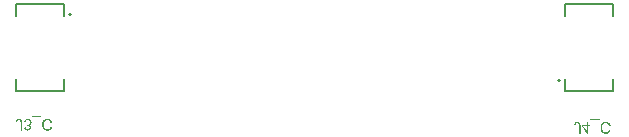
<source format=gbr>
G04*
G04 #@! TF.GenerationSoftware,Altium Limited,Altium Designer,22.4.2 (48)*
G04*
G04 Layer_Color=32896*
%FSLAX25Y25*%
%MOIN*%
G70*
G04*
G04 #@! TF.SameCoordinates,E734F9EE-B4DD-4720-9605-9BBB33E3B1F9*
G04*
G04*
G04 #@! TF.FilePolarity,Positive*
G04*
G01*
G75*
%ADD12C,0.00787*%
%ADD14C,0.00500*%
G36*
X292413Y54385D02*
X289289D01*
Y54726D01*
X292413D01*
Y54385D01*
D02*
G37*
G36*
X294535Y53719D02*
X294639Y53711D01*
X294738Y53694D01*
X294834Y53673D01*
X294926Y53648D01*
X295009Y53619D01*
X295084Y53590D01*
X295154Y53561D01*
X295221Y53532D01*
X295275Y53503D01*
X295325Y53474D01*
X295362Y53449D01*
X295396Y53428D01*
X295416Y53411D01*
X295433Y53403D01*
X295437Y53399D01*
X295512Y53332D01*
X295583Y53261D01*
X295645Y53187D01*
X295704Y53112D01*
X295758Y53033D01*
X295803Y52949D01*
X295845Y52875D01*
X295882Y52795D01*
X295916Y52725D01*
X295941Y52658D01*
X295966Y52596D01*
X295982Y52546D01*
X295999Y52500D01*
X296007Y52471D01*
X296016Y52450D01*
Y52442D01*
X295508Y52313D01*
X295487Y52400D01*
X295458Y52483D01*
X295429Y52563D01*
X295400Y52633D01*
X295367Y52700D01*
X295333Y52758D01*
X295300Y52812D01*
X295267Y52862D01*
X295233Y52904D01*
X295204Y52941D01*
X295175Y52974D01*
X295154Y52999D01*
X295134Y53020D01*
X295117Y53033D01*
X295109Y53041D01*
X295105Y53045D01*
X295046Y53087D01*
X294988Y53124D01*
X294930Y53157D01*
X294867Y53187D01*
X294805Y53211D01*
X294747Y53232D01*
X294630Y53261D01*
X294580Y53270D01*
X294530Y53278D01*
X294489Y53282D01*
X294451Y53286D01*
X294422Y53291D01*
X294381D01*
X294314Y53286D01*
X294252Y53282D01*
X294131Y53261D01*
X294019Y53232D01*
X293923Y53199D01*
X293882Y53182D01*
X293844Y53170D01*
X293811Y53153D01*
X293782Y53141D01*
X293757Y53128D01*
X293740Y53120D01*
X293732Y53112D01*
X293728D01*
X293673Y53074D01*
X293624Y53037D01*
X293532Y52949D01*
X293457Y52862D01*
X293395Y52771D01*
X293349Y52692D01*
X293328Y52658D01*
X293312Y52625D01*
X293303Y52600D01*
X293295Y52583D01*
X293287Y52571D01*
Y52567D01*
X293241Y52425D01*
X293203Y52280D01*
X293178Y52134D01*
X293170Y52068D01*
X293162Y52001D01*
X293158Y51939D01*
X293154Y51885D01*
X293149Y51835D01*
Y51793D01*
X293145Y51755D01*
Y51731D01*
Y51714D01*
Y51710D01*
X293149Y51568D01*
X293162Y51435D01*
X293183Y51310D01*
X293191Y51252D01*
X293203Y51198D01*
X293216Y51152D01*
X293224Y51107D01*
X293237Y51069D01*
X293245Y51036D01*
X293249Y51011D01*
X293257Y50990D01*
X293262Y50978D01*
Y50973D01*
X293316Y50845D01*
X293378Y50732D01*
X293445Y50637D01*
X293482Y50595D01*
X293515Y50553D01*
X293549Y50520D01*
X293578Y50491D01*
X293607Y50462D01*
X293628Y50441D01*
X293649Y50424D01*
X293665Y50412D01*
X293673Y50408D01*
X293678Y50403D01*
X293736Y50366D01*
X293794Y50333D01*
X293857Y50304D01*
X293919Y50279D01*
X294044Y50241D01*
X294164Y50212D01*
X294214Y50204D01*
X294264Y50200D01*
X294310Y50195D01*
X294347Y50191D01*
X294381Y50187D01*
X294493D01*
X294560Y50195D01*
X294684Y50216D01*
X294793Y50250D01*
X294838Y50266D01*
X294884Y50283D01*
X294926Y50300D01*
X294959Y50316D01*
X294988Y50333D01*
X295013Y50349D01*
X295034Y50362D01*
X295046Y50370D01*
X295055Y50374D01*
X295059Y50379D01*
X295105Y50416D01*
X295150Y50458D01*
X295225Y50553D01*
X295296Y50657D01*
X295350Y50757D01*
X295392Y50849D01*
X295412Y50886D01*
X295425Y50919D01*
X295437Y50949D01*
X295442Y50973D01*
X295450Y50986D01*
Y50990D01*
X295949Y50874D01*
X295916Y50778D01*
X295878Y50686D01*
X295841Y50599D01*
X295795Y50520D01*
X295754Y50445D01*
X295708Y50379D01*
X295662Y50316D01*
X295616Y50262D01*
X295570Y50212D01*
X295533Y50171D01*
X295496Y50133D01*
X295462Y50104D01*
X295437Y50079D01*
X295416Y50062D01*
X295404Y50054D01*
X295400Y50050D01*
X295325Y49996D01*
X295246Y49954D01*
X295167Y49913D01*
X295084Y49879D01*
X295001Y49850D01*
X294921Y49825D01*
X294842Y49809D01*
X294768Y49792D01*
X294697Y49779D01*
X294634Y49771D01*
X294576Y49763D01*
X294526Y49759D01*
X294485Y49755D01*
X294431D01*
X294335Y49759D01*
X294243Y49763D01*
X294073Y49792D01*
X293990Y49809D01*
X293915Y49829D01*
X293840Y49850D01*
X293773Y49871D01*
X293715Y49892D01*
X293661Y49913D01*
X293611Y49933D01*
X293574Y49950D01*
X293540Y49967D01*
X293520Y49979D01*
X293503Y49983D01*
X293499Y49988D01*
X293424Y50033D01*
X293349Y50083D01*
X293282Y50137D01*
X293220Y50191D01*
X293162Y50250D01*
X293108Y50304D01*
X293062Y50362D01*
X293016Y50412D01*
X292979Y50466D01*
X292946Y50512D01*
X292916Y50553D01*
X292891Y50591D01*
X292875Y50624D01*
X292862Y50645D01*
X292854Y50661D01*
X292850Y50666D01*
X292808Y50749D01*
X292775Y50840D01*
X292746Y50928D01*
X292717Y51015D01*
X292675Y51194D01*
X292663Y51277D01*
X292650Y51356D01*
X292642Y51431D01*
X292634Y51498D01*
X292629Y51560D01*
X292625Y51614D01*
X292621Y51656D01*
Y51689D01*
Y51706D01*
Y51714D01*
X292625Y51814D01*
X292629Y51914D01*
X292654Y52105D01*
X292667Y52197D01*
X292683Y52280D01*
X292704Y52359D01*
X292721Y52434D01*
X292742Y52500D01*
X292758Y52563D01*
X292775Y52613D01*
X292792Y52658D01*
X292804Y52692D01*
X292812Y52721D01*
X292816Y52737D01*
X292821Y52741D01*
X292862Y52829D01*
X292904Y52912D01*
X292950Y52987D01*
X293000Y53058D01*
X293050Y53124D01*
X293095Y53182D01*
X293145Y53237D01*
X293191Y53286D01*
X293237Y53332D01*
X293278Y53370D01*
X293316Y53399D01*
X293349Y53428D01*
X293374Y53449D01*
X293395Y53461D01*
X293407Y53469D01*
X293411Y53474D01*
X293486Y53519D01*
X293565Y53557D01*
X293649Y53590D01*
X293736Y53619D01*
X293819Y53640D01*
X293902Y53661D01*
X293986Y53677D01*
X294064Y53690D01*
X294139Y53702D01*
X294206Y53711D01*
X294268Y53715D01*
X294318Y53719D01*
X294364Y53723D01*
X294422D01*
X294535Y53719D01*
D02*
G37*
G36*
X288594Y52741D02*
X289114D01*
Y52309D01*
X288594D01*
Y49821D01*
X288207D01*
X286452Y52309D01*
Y52741D01*
X288124D01*
Y53661D01*
X288594D01*
Y52741D01*
D02*
G37*
G36*
X285016Y53719D02*
X285129Y53702D01*
X285229Y53682D01*
X285316Y53653D01*
X285353Y53640D01*
X285387Y53628D01*
X285416Y53619D01*
X285437Y53607D01*
X285457Y53598D01*
X285470Y53590D01*
X285478Y53586D01*
X285482D01*
X285570Y53528D01*
X285649Y53465D01*
X285711Y53399D01*
X285761Y53336D01*
X285803Y53278D01*
X285832Y53228D01*
X285840Y53211D01*
X285848Y53199D01*
X285853Y53191D01*
Y53187D01*
X285874Y53132D01*
X285894Y53078D01*
X285923Y52958D01*
X285944Y52833D01*
X285957Y52712D01*
X285965Y52658D01*
X285969Y52604D01*
Y52558D01*
X285973Y52517D01*
Y52483D01*
Y52459D01*
Y52442D01*
Y52438D01*
Y49821D01*
X285466D01*
Y52467D01*
Y52525D01*
X285462Y52583D01*
X285457Y52679D01*
X285449Y52762D01*
X285441Y52829D01*
X285428Y52879D01*
X285420Y52916D01*
X285416Y52937D01*
X285412Y52945D01*
X285387Y52999D01*
X285358Y53045D01*
X285324Y53087D01*
X285295Y53120D01*
X285262Y53145D01*
X285241Y53166D01*
X285225Y53178D01*
X285216Y53182D01*
X285162Y53211D01*
X285108Y53232D01*
X285054Y53249D01*
X285000Y53257D01*
X284954Y53266D01*
X284921Y53270D01*
X284888D01*
X284796Y53261D01*
X284717Y53245D01*
X284646Y53220D01*
X284588Y53191D01*
X284542Y53162D01*
X284509Y53137D01*
X284488Y53120D01*
X284480Y53112D01*
X284455Y53078D01*
X284430Y53041D01*
X284409Y52995D01*
X284392Y52949D01*
X284363Y52850D01*
X284343Y52750D01*
X284330Y52658D01*
X284326Y52617D01*
X284322Y52579D01*
Y52550D01*
X284318Y52529D01*
Y52513D01*
Y52508D01*
X283860Y52575D01*
Y52679D01*
X283868Y52775D01*
X283881Y52866D01*
X283893Y52949D01*
X283914Y53029D01*
X283935Y53099D01*
X283960Y53162D01*
X283981Y53220D01*
X284006Y53270D01*
X284031Y53316D01*
X284051Y53353D01*
X284072Y53382D01*
X284089Y53407D01*
X284101Y53424D01*
X284110Y53432D01*
X284114Y53436D01*
X284168Y53486D01*
X284226Y53532D01*
X284284Y53569D01*
X284351Y53603D01*
X284413Y53632D01*
X284480Y53653D01*
X284542Y53673D01*
X284605Y53686D01*
X284663Y53698D01*
X284717Y53707D01*
X284767Y53715D01*
X284808Y53719D01*
X284842Y53723D01*
X284892D01*
X285016Y53719D01*
D02*
G37*
G36*
X106274Y55385D02*
X103149D01*
Y55726D01*
X106274D01*
Y55385D01*
D02*
G37*
G36*
X108395Y54719D02*
X108499Y54711D01*
X108599Y54694D01*
X108695Y54673D01*
X108786Y54648D01*
X108870Y54619D01*
X108944Y54590D01*
X109015Y54561D01*
X109082Y54532D01*
X109136Y54503D01*
X109186Y54474D01*
X109223Y54449D01*
X109256Y54428D01*
X109277Y54411D01*
X109294Y54403D01*
X109298Y54399D01*
X109373Y54332D01*
X109443Y54261D01*
X109506Y54187D01*
X109564Y54112D01*
X109618Y54033D01*
X109664Y53949D01*
X109706Y53875D01*
X109743Y53795D01*
X109776Y53725D01*
X109801Y53658D01*
X109826Y53596D01*
X109843Y53546D01*
X109860Y53500D01*
X109868Y53471D01*
X109876Y53450D01*
Y53442D01*
X109369Y53313D01*
X109348Y53400D01*
X109319Y53483D01*
X109290Y53563D01*
X109260Y53633D01*
X109227Y53700D01*
X109194Y53758D01*
X109161Y53812D01*
X109127Y53862D01*
X109094Y53904D01*
X109065Y53941D01*
X109036Y53974D01*
X109015Y53999D01*
X108994Y54020D01*
X108978Y54033D01*
X108969Y54041D01*
X108965Y54045D01*
X108907Y54087D01*
X108849Y54124D01*
X108790Y54157D01*
X108728Y54187D01*
X108666Y54211D01*
X108607Y54232D01*
X108491Y54261D01*
X108441Y54270D01*
X108391Y54278D01*
X108350Y54282D01*
X108312Y54286D01*
X108283Y54291D01*
X108241D01*
X108175Y54286D01*
X108112Y54282D01*
X107992Y54261D01*
X107879Y54232D01*
X107784Y54199D01*
X107742Y54182D01*
X107705Y54170D01*
X107671Y54153D01*
X107642Y54141D01*
X107617Y54128D01*
X107601Y54120D01*
X107592Y54112D01*
X107588D01*
X107534Y54074D01*
X107484Y54037D01*
X107393Y53949D01*
X107318Y53862D01*
X107255Y53771D01*
X107210Y53692D01*
X107189Y53658D01*
X107172Y53625D01*
X107164Y53600D01*
X107156Y53583D01*
X107147Y53571D01*
Y53567D01*
X107101Y53425D01*
X107064Y53280D01*
X107039Y53134D01*
X107031Y53067D01*
X107022Y53001D01*
X107018Y52939D01*
X107014Y52885D01*
X107010Y52835D01*
Y52793D01*
X107006Y52755D01*
Y52731D01*
Y52714D01*
Y52710D01*
X107010Y52568D01*
X107022Y52435D01*
X107043Y52310D01*
X107052Y52252D01*
X107064Y52198D01*
X107077Y52152D01*
X107085Y52107D01*
X107097Y52069D01*
X107106Y52036D01*
X107110Y52011D01*
X107118Y51990D01*
X107122Y51978D01*
Y51973D01*
X107176Y51845D01*
X107239Y51732D01*
X107305Y51636D01*
X107343Y51595D01*
X107376Y51553D01*
X107409Y51520D01*
X107438Y51491D01*
X107467Y51462D01*
X107488Y51441D01*
X107509Y51424D01*
X107526Y51412D01*
X107534Y51408D01*
X107538Y51403D01*
X107597Y51366D01*
X107655Y51333D01*
X107717Y51304D01*
X107780Y51279D01*
X107904Y51241D01*
X108025Y51212D01*
X108075Y51204D01*
X108125Y51200D01*
X108171Y51196D01*
X108208Y51191D01*
X108241Y51187D01*
X108354D01*
X108420Y51196D01*
X108545Y51216D01*
X108653Y51250D01*
X108699Y51266D01*
X108745Y51283D01*
X108786Y51300D01*
X108819Y51316D01*
X108849Y51333D01*
X108874Y51349D01*
X108894Y51362D01*
X108907Y51370D01*
X108915Y51374D01*
X108919Y51379D01*
X108965Y51416D01*
X109011Y51458D01*
X109086Y51553D01*
X109157Y51657D01*
X109211Y51757D01*
X109252Y51849D01*
X109273Y51886D01*
X109285Y51919D01*
X109298Y51948D01*
X109302Y51973D01*
X109310Y51986D01*
Y51990D01*
X109810Y51874D01*
X109776Y51778D01*
X109739Y51686D01*
X109701Y51599D01*
X109656Y51520D01*
X109614Y51445D01*
X109568Y51379D01*
X109523Y51316D01*
X109477Y51262D01*
X109431Y51212D01*
X109394Y51171D01*
X109356Y51133D01*
X109323Y51104D01*
X109298Y51079D01*
X109277Y51062D01*
X109265Y51054D01*
X109260Y51050D01*
X109186Y50996D01*
X109107Y50954D01*
X109028Y50913D01*
X108944Y50879D01*
X108861Y50850D01*
X108782Y50825D01*
X108703Y50809D01*
X108628Y50792D01*
X108557Y50779D01*
X108495Y50771D01*
X108437Y50763D01*
X108387Y50759D01*
X108345Y50755D01*
X108291D01*
X108195Y50759D01*
X108104Y50763D01*
X107933Y50792D01*
X107850Y50809D01*
X107775Y50829D01*
X107701Y50850D01*
X107634Y50871D01*
X107576Y50892D01*
X107522Y50913D01*
X107472Y50933D01*
X107434Y50950D01*
X107401Y50967D01*
X107380Y50979D01*
X107363Y50983D01*
X107359Y50987D01*
X107284Y51033D01*
X107210Y51083D01*
X107143Y51137D01*
X107081Y51191D01*
X107022Y51250D01*
X106968Y51304D01*
X106923Y51362D01*
X106877Y51412D01*
X106839Y51466D01*
X106806Y51512D01*
X106777Y51553D01*
X106752Y51591D01*
X106735Y51624D01*
X106723Y51645D01*
X106715Y51661D01*
X106710Y51666D01*
X106669Y51749D01*
X106635Y51840D01*
X106606Y51928D01*
X106577Y52015D01*
X106536Y52194D01*
X106523Y52277D01*
X106511Y52356D01*
X106502Y52431D01*
X106494Y52498D01*
X106490Y52560D01*
X106486Y52614D01*
X106482Y52656D01*
Y52689D01*
Y52706D01*
Y52714D01*
X106486Y52814D01*
X106490Y52914D01*
X106515Y53105D01*
X106527Y53197D01*
X106544Y53280D01*
X106565Y53359D01*
X106581Y53434D01*
X106602Y53500D01*
X106619Y53563D01*
X106635Y53613D01*
X106652Y53658D01*
X106665Y53692D01*
X106673Y53721D01*
X106677Y53737D01*
X106681Y53741D01*
X106723Y53829D01*
X106764Y53912D01*
X106810Y53987D01*
X106860Y54058D01*
X106910Y54124D01*
X106956Y54182D01*
X107006Y54237D01*
X107052Y54286D01*
X107097Y54332D01*
X107139Y54370D01*
X107176Y54399D01*
X107210Y54428D01*
X107235Y54449D01*
X107255Y54461D01*
X107268Y54469D01*
X107272Y54474D01*
X107347Y54519D01*
X107426Y54557D01*
X107509Y54590D01*
X107597Y54619D01*
X107680Y54640D01*
X107763Y54661D01*
X107846Y54677D01*
X107925Y54690D01*
X108000Y54702D01*
X108067Y54711D01*
X108129Y54715D01*
X108179Y54719D01*
X108225Y54723D01*
X108283D01*
X108395Y54719D01*
D02*
G37*
G36*
X101797Y54723D02*
X101893Y54711D01*
X101985Y54694D01*
X102072Y54673D01*
X102155Y54648D01*
X102230Y54619D01*
X102301Y54586D01*
X102363Y54553D01*
X102421Y54523D01*
X102471Y54490D01*
X102517Y54461D01*
X102550Y54436D01*
X102579Y54415D01*
X102600Y54399D01*
X102613Y54386D01*
X102617Y54382D01*
X102683Y54316D01*
X102738Y54245D01*
X102787Y54174D01*
X102829Y54099D01*
X102867Y54028D01*
X102896Y53958D01*
X102921Y53891D01*
X102942Y53825D01*
X102958Y53762D01*
X102966Y53708D01*
X102975Y53658D01*
X102983Y53613D01*
Y53579D01*
X102987Y53550D01*
Y53533D01*
Y53529D01*
Y53463D01*
X102979Y53396D01*
X102958Y53276D01*
X102925Y53171D01*
X102908Y53126D01*
X102892Y53084D01*
X102875Y53043D01*
X102858Y53009D01*
X102842Y52980D01*
X102825Y52959D01*
X102813Y52939D01*
X102804Y52926D01*
X102800Y52918D01*
X102796Y52914D01*
X102721Y52826D01*
X102634Y52755D01*
X102546Y52701D01*
X102463Y52656D01*
X102384Y52622D01*
X102351Y52610D01*
X102326Y52602D01*
X102301Y52593D01*
X102284Y52589D01*
X102272Y52585D01*
X102268D01*
X102359Y52535D01*
X102438Y52485D01*
X102509Y52431D01*
X102563Y52377D01*
X102609Y52331D01*
X102638Y52294D01*
X102659Y52269D01*
X102663Y52265D01*
Y52261D01*
X102708Y52181D01*
X102742Y52102D01*
X102767Y52027D01*
X102783Y51957D01*
X102792Y51899D01*
X102800Y51849D01*
Y51832D01*
Y51819D01*
Y51811D01*
Y51807D01*
X102796Y51711D01*
X102779Y51620D01*
X102754Y51537D01*
X102729Y51462D01*
X102704Y51399D01*
X102692Y51374D01*
X102679Y51354D01*
X102671Y51337D01*
X102663Y51320D01*
X102659Y51316D01*
Y51312D01*
X102600Y51229D01*
X102534Y51158D01*
X102467Y51096D01*
X102401Y51042D01*
X102342Y51000D01*
X102297Y50971D01*
X102276Y50958D01*
X102263Y50950D01*
X102255Y50946D01*
X102251D01*
X102151Y50900D01*
X102051Y50867D01*
X101951Y50842D01*
X101864Y50825D01*
X101785Y50817D01*
X101756Y50813D01*
X101727Y50809D01*
X101673D01*
X101589Y50813D01*
X101510Y50821D01*
X101435Y50834D01*
X101361Y50850D01*
X101294Y50871D01*
X101232Y50892D01*
X101173Y50917D01*
X101123Y50938D01*
X101074Y50963D01*
X101032Y50987D01*
X100999Y51008D01*
X100965Y51029D01*
X100945Y51046D01*
X100924Y51058D01*
X100916Y51067D01*
X100911Y51071D01*
X100857Y51121D01*
X100807Y51179D01*
X100762Y51237D01*
X100720Y51295D01*
X100683Y51358D01*
X100653Y51416D01*
X100599Y51537D01*
X100579Y51591D01*
X100562Y51641D01*
X100549Y51686D01*
X100537Y51724D01*
X100529Y51757D01*
X100524Y51782D01*
X100520Y51799D01*
Y51803D01*
X100990Y51886D01*
X101015Y51765D01*
X101049Y51661D01*
X101086Y51570D01*
X101128Y51499D01*
X101161Y51441D01*
X101194Y51403D01*
X101215Y51379D01*
X101223Y51370D01*
X101298Y51312D01*
X101373Y51270D01*
X101452Y51237D01*
X101523Y51216D01*
X101589Y51204D01*
X101614Y51200D01*
X101639D01*
X101660Y51196D01*
X101685D01*
X101785Y51204D01*
X101872Y51221D01*
X101951Y51250D01*
X102018Y51279D01*
X102068Y51312D01*
X102105Y51341D01*
X102130Y51358D01*
X102139Y51366D01*
X102172Y51399D01*
X102197Y51433D01*
X102243Y51508D01*
X102276Y51578D01*
X102297Y51645D01*
X102309Y51707D01*
X102313Y51753D01*
X102317Y51774D01*
Y51786D01*
Y51795D01*
Y51799D01*
X102313Y51857D01*
X102305Y51911D01*
X102297Y51965D01*
X102280Y52011D01*
X102238Y52094D01*
X102197Y52161D01*
X102151Y52215D01*
X102110Y52252D01*
X102093Y52265D01*
X102085Y52273D01*
X102076Y52281D01*
X102072D01*
X101980Y52335D01*
X101885Y52373D01*
X101793Y52402D01*
X101710Y52419D01*
X101639Y52431D01*
X101610Y52435D01*
X101581D01*
X101560Y52439D01*
X101506D01*
X101481Y52435D01*
X101461Y52431D01*
X101452D01*
X101402Y52843D01*
X101473Y52826D01*
X101540Y52814D01*
X101594Y52805D01*
X101644Y52797D01*
X101681D01*
X101710Y52793D01*
X101735D01*
X101793Y52797D01*
X101851Y52801D01*
X101955Y52826D01*
X102047Y52859D01*
X102126Y52897D01*
X102189Y52939D01*
X102214Y52955D01*
X102234Y52972D01*
X102251Y52984D01*
X102263Y52997D01*
X102268Y53001D01*
X102272Y53005D01*
X102309Y53047D01*
X102342Y53088D01*
X102372Y53130D01*
X102397Y53176D01*
X102434Y53263D01*
X102463Y53350D01*
X102476Y53425D01*
X102480Y53454D01*
X102484Y53483D01*
X102488Y53504D01*
Y53525D01*
Y53533D01*
Y53538D01*
X102484Y53600D01*
X102480Y53658D01*
X102451Y53771D01*
X102417Y53866D01*
X102376Y53949D01*
X102351Y53987D01*
X102330Y54016D01*
X102313Y54045D01*
X102297Y54066D01*
X102280Y54083D01*
X102268Y54095D01*
X102263Y54103D01*
X102259Y54107D01*
X102214Y54149D01*
X102168Y54182D01*
X102122Y54211D01*
X102076Y54241D01*
X101980Y54282D01*
X101889Y54307D01*
X101814Y54324D01*
X101777Y54328D01*
X101752Y54332D01*
X101727Y54336D01*
X101693D01*
X101594Y54328D01*
X101498Y54307D01*
X101419Y54282D01*
X101348Y54249D01*
X101290Y54216D01*
X101248Y54191D01*
X101236Y54178D01*
X101223Y54170D01*
X101219Y54162D01*
X101215D01*
X101182Y54124D01*
X101148Y54087D01*
X101090Y53999D01*
X101044Y53904D01*
X101007Y53808D01*
X100978Y53721D01*
X100970Y53683D01*
X100961Y53650D01*
X100953Y53621D01*
X100949Y53600D01*
X100945Y53588D01*
Y53583D01*
X100475Y53646D01*
X100487Y53733D01*
X100504Y53816D01*
X100529Y53895D01*
X100554Y53970D01*
X100583Y54041D01*
X100616Y54103D01*
X100649Y54166D01*
X100683Y54216D01*
X100716Y54266D01*
X100745Y54307D01*
X100774Y54345D01*
X100799Y54374D01*
X100824Y54399D01*
X100841Y54415D01*
X100849Y54424D01*
X100853Y54428D01*
X100916Y54482D01*
X100986Y54528D01*
X101053Y54565D01*
X101123Y54603D01*
X101194Y54632D01*
X101265Y54653D01*
X101331Y54673D01*
X101398Y54690D01*
X101461Y54702D01*
X101515Y54711D01*
X101565Y54719D01*
X101610Y54723D01*
X101644D01*
X101673Y54727D01*
X101693D01*
X101797Y54723D01*
D02*
G37*
G36*
X98877Y54719D02*
X98989Y54702D01*
X99089Y54682D01*
X99177Y54653D01*
X99214Y54640D01*
X99247Y54628D01*
X99277Y54619D01*
X99297Y54607D01*
X99318Y54598D01*
X99331Y54590D01*
X99339Y54586D01*
X99343D01*
X99430Y54528D01*
X99510Y54465D01*
X99572Y54399D01*
X99622Y54336D01*
X99663Y54278D01*
X99692Y54228D01*
X99701Y54211D01*
X99709Y54199D01*
X99713Y54191D01*
Y54187D01*
X99734Y54132D01*
X99755Y54078D01*
X99784Y53958D01*
X99805Y53833D01*
X99817Y53712D01*
X99826Y53658D01*
X99830Y53604D01*
Y53558D01*
X99834Y53517D01*
Y53483D01*
Y53459D01*
Y53442D01*
Y53438D01*
Y50821D01*
X99326D01*
Y53467D01*
Y53525D01*
X99322Y53583D01*
X99318Y53679D01*
X99310Y53762D01*
X99301Y53829D01*
X99289Y53879D01*
X99281Y53916D01*
X99277Y53937D01*
X99272Y53945D01*
X99247Y53999D01*
X99218Y54045D01*
X99185Y54087D01*
X99156Y54120D01*
X99123Y54145D01*
X99102Y54166D01*
X99085Y54178D01*
X99077Y54182D01*
X99023Y54211D01*
X98969Y54232D01*
X98915Y54249D01*
X98861Y54257D01*
X98815Y54266D01*
X98781Y54270D01*
X98748D01*
X98657Y54261D01*
X98578Y54245D01*
X98507Y54220D01*
X98449Y54191D01*
X98403Y54162D01*
X98370Y54137D01*
X98349Y54120D01*
X98340Y54112D01*
X98316Y54078D01*
X98291Y54041D01*
X98270Y53995D01*
X98253Y53949D01*
X98224Y53850D01*
X98203Y53750D01*
X98191Y53658D01*
X98187Y53617D01*
X98182Y53579D01*
Y53550D01*
X98178Y53529D01*
Y53513D01*
Y53509D01*
X97721Y53575D01*
Y53679D01*
X97729Y53775D01*
X97741Y53866D01*
X97754Y53949D01*
X97775Y54028D01*
X97795Y54099D01*
X97821Y54162D01*
X97841Y54220D01*
X97866Y54270D01*
X97891Y54316D01*
X97912Y54353D01*
X97933Y54382D01*
X97949Y54407D01*
X97962Y54424D01*
X97970Y54432D01*
X97974Y54436D01*
X98028Y54486D01*
X98087Y54532D01*
X98145Y54569D01*
X98211Y54603D01*
X98274Y54632D01*
X98340Y54653D01*
X98403Y54673D01*
X98465Y54686D01*
X98523Y54698D01*
X98578Y54707D01*
X98628Y54715D01*
X98669Y54719D01*
X98702Y54723D01*
X98752D01*
X98877Y54719D01*
D02*
G37*
%LPC*%
G36*
X288124Y52309D02*
X286913D01*
X288124Y50578D01*
Y52309D01*
D02*
G37*
%LPD*%
D12*
X279194Y67500D02*
G03*
X279194Y67500I-394J0D01*
G01*
X116094Y89500D02*
G03*
X116094Y89500I-394J0D01*
G01*
D14*
X296800Y89110D02*
Y93000D01*
X280800Y64000D02*
X296800D01*
X280800D02*
Y67890D01*
X296800Y64000D02*
Y67890D01*
X280800Y93000D02*
X296800D01*
X280800Y89110D02*
Y93000D01*
X97700Y64000D02*
Y67890D01*
Y93000D02*
X113700D01*
Y89110D02*
Y93000D01*
X97700Y89110D02*
Y93000D01*
Y64000D02*
X113700D01*
Y67890D01*
M02*

</source>
